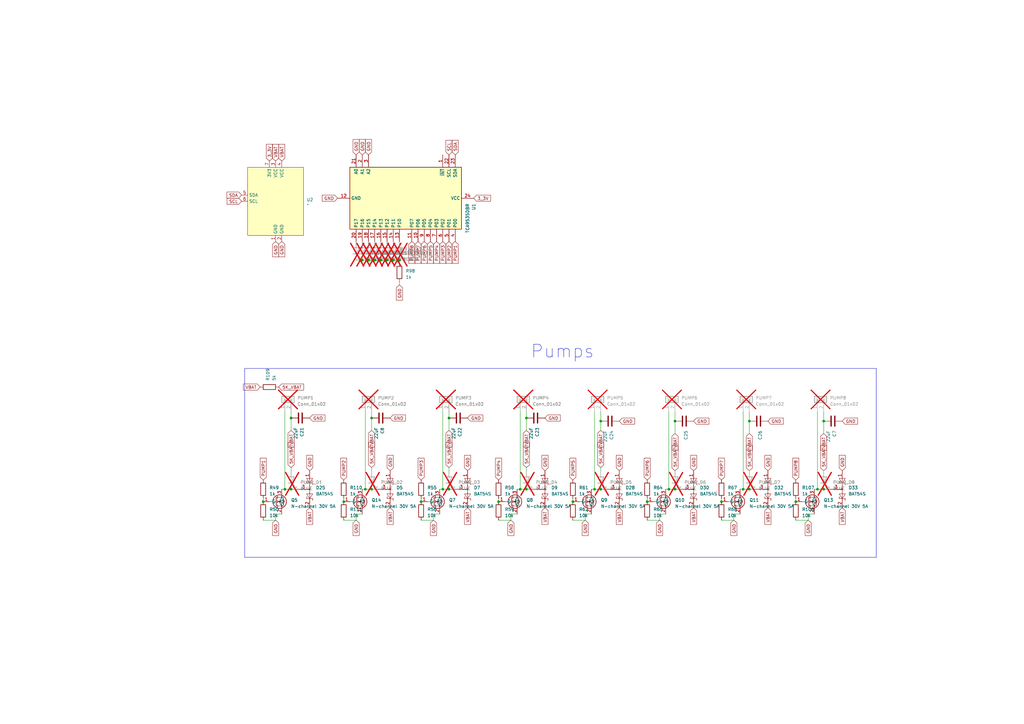
<source format=kicad_sch>
(kicad_sch (version 20250114) (generator "eeschema") (generator_version "9.0")
  (paper "A3")
  (lib_symbols
    (symbol "Connector_Generic:Conn_01x02" (pin_names (offset 1.016) (hide yes))
      (property "Reference" "J" (at 0 2.54 0))
      (property "Value" "Conn_01x02" (at 0 -5.08 0))
      (symbol "Conn_01x02_1_1"
        (rectangle (start -1.27 1.27) (end 1.27 -3.81) (stroke (width 0.254)) (fill (type background)))
        (rectangle (start -1.27 0.127) (end 0 -0.127) (stroke (width 0.1524)))
        (rectangle (start -1.27 -2.413) (end 0 -2.667) (stroke (width 0.1524)))
        (pin passive line (at -5.08 0 0) (length 3.81) (name "Pin_1") (number "1"))
        (pin passive line (at -5.08 -2.54 0) (length 3.81) (name "Pin_2") (number "2"))
      )
    )
    (symbol "Device:C" (pin_numbers (hide yes)) (pin_names (offset 0.254))
      (property "Reference" "C" (at 0.635 2.54 0))
      (property "Value" "C" (at 0.635 -2.54 0))
      (symbol "C_0_1"
        (polyline (pts (xy -2.032 0.762) (xy 2.032 0.762)) (stroke (width 0.508)))
        (polyline (pts (xy -2.032 -0.762) (xy 2.032 -0.762)) (stroke (width 0.508)))
      )
      (symbol "C_1_1"
        (pin passive line (at 0 3.81 270) (length 2.794) (name "~") (number "1"))
        (pin passive line (at 0 -3.81 90) (length 2.794) (name "~") (number "2"))
      )
    )
    (symbol "Device:LED" (pin_numbers (hide yes)) (pin_names (offset 1.016) (hide yes))
      (property "Reference" "D" (at 0 2.54 0))
      (property "Value" "LED" (at 0 -2.54 0))
      (symbol "LED_0_1"
        (polyline (pts (xy -3.048 -0.762) (xy -4.572 -2.286) (xy -3.81 -2.286) (xy -4.572 -2.286) (xy -4.572 -1.524)))
        (polyline (pts (xy -1.778 -0.762) (xy -3.302 -2.286) (xy -2.54 -2.286) (xy -3.302 -2.286) (xy -3.302 -1.524)))
        (polyline (pts (xy -1.27 0) (xy 1.27 0)))
        (polyline (pts (xy -1.27 -1.27) (xy -1.27 1.27)) (stroke (width 0.254)))
        (polyline (pts (xy 1.27 -1.27) (xy 1.27 1.27) (xy -1.27 0) (xy 1.27 -1.27)) (stroke (width 0.254)))
      )
      (symbol "LED_1_1"
        (pin passive line (at -3.81 0 0) (length 2.54) (name "K") (number "1"))
        (pin passive line (at 3.81 0 180) (length 2.54) (name "A") (number "2"))
      )
    )
    (symbol "Device:R" (pin_numbers (hide yes)) (pin_names (offset 0))
      (property "Reference" "R" (at 2.032 0 90))
      (property "Value" "R" (at 0 0 90))
      (symbol "R_0_1"
        (rectangle (start -1.016 -2.54) (end 1.016 2.54) (stroke (width 0.254)))
      )
      (symbol "R_1_1"
        (pin passive line (at 0 3.81 270) (length 1.27) (name "~") (number "1"))
        (pin passive line (at 0 -3.81 90) (length 1.27) (name "~") (number "2"))
      )
    )
    (symbol "Diode:BAS40-04" (pin_names (offset 1.016))
      (property "Reference" "D" (at 0.635 -1.27 0))
      (property "Value" "BAS40-04" (at -6.35 5.715 0))
      (symbol "BAS40-04_0_1"
        (polyline (pts (xy -4.445 3.81) (xy -4.445 1.27) (xy -2.54 2.54) (xy -4.445 3.81)))
        (polyline (pts (xy -3.81 2.54) (xy -1.27 2.54)))
        (polyline (pts (xy -3.175 1.27) (xy -3.175 1.524)))
        (polyline (pts (xy -2.54 3.81) (xy -1.905 3.81)))
        (polyline (pts (xy -2.54 1.27) (xy -3.175 1.27)))
        (polyline (pts (xy -2.54 1.27) (xy -2.54 3.81)))
        (polyline (pts (xy -1.905 3.81) (xy -1.905 3.556)))
        (polyline (pts (xy -1.905 2.54) (xy 1.905 2.54)))
        (circle (center 0 2.54) (radius 0.254) (fill (type outline)))
        (polyline (pts (xy 1.27 2.54) (xy 3.81 2.54)))
        (polyline (pts (xy 1.905 3.81) (xy 1.905 1.27) (xy 3.81 2.54) (xy 1.905 3.81)))
        (polyline (pts (xy 3.175 1.27) (xy 3.175 1.524)))
        (polyline (pts (xy 3.81 3.81) (xy 4.445 3.81)))
        (polyline (pts (xy 3.81 1.27) (xy 3.175 1.27)))
        (polyline (pts (xy 3.81 1.27) (xy 3.81 3.81)))
        (polyline (pts (xy 4.445 3.81) (xy 4.445 3.556)))
      )
      (symbol "BAS40-04_1_1"
        (pin passive line (at -7.62 2.54 0) (length 3.81) (name "~") (number "1"))
        (pin passive line (at 0 -2.54 90) (length 5.08) (name "~") (number "3"))
        (pin passive line (at 7.62 2.54 180) (length 3.81) (name "~") (number "2"))
      )
    )
    (symbol "ESP32-DEVKITC-32D:SL2300" (pin_names (offset 1.016))
      (property "Reference" "Q" (at 0 0 0))
      (property "Value" "SL2300" (at 7.62 0 0))
      (symbol "SL2300_1_1"
        (polyline (pts (xy -1.016 1.905) (xy -1.016 -1.905)) (stroke (width 0.254)))
        (polyline (pts (xy -1.016 0) (xy -3.81 0)))
        (polyline (pts (xy -0.508 2.286) (xy -0.508 1.27)) (stroke (width 0.254)))
        (polyline (pts (xy -0.508 0.508) (xy -0.508 -0.508)) (stroke (width 0.254)))
        (polyline (pts (xy -0.508 -1.27) (xy -0.508 -2.286)) (stroke (width 0.254)))
        (polyline (pts (xy -0.508 -1.778) (xy 2.032 -1.778) (xy 2.032 1.778) (xy -0.508 1.778)))
        (polyline (pts (xy -0.254 0) (xy 0.762 0.381) (xy 0.762 -0.381) (xy -0.254 0)) (fill (type outline)))
        (circle (center 0.381 0) (radius 2.794) (stroke (width 0.254)))
        (polyline (pts (xy 1.27 2.54) (xy 1.27 1.778)))
        (circle (center 1.27 1.778) (radius 0.254) (fill (type outline)))
        (circle (center 1.27 -1.778) (radius 0.254) (fill (type outline)))
        (polyline (pts (xy 1.27 -2.54) (xy 1.27 0) (xy -0.508 0)))
        (polyline (pts (xy 1.524 0.508) (xy 1.651 0.381) (xy 2.413 0.381) (xy 2.54 0.254)))
        (polyline (pts (xy 2.032 0.381) (xy 1.651 -0.254) (xy 2.413 -0.254) (xy 2.032 0.381)))
        (pin input line (at -6.35 0 0) (length 2.54) (name "G") (number "1"))
        (pin passive line (at 1.27 5.08 270) (length 2.54) (name "D") (number "3"))
        (pin passive line (at 1.27 -5.08 90) (length 2.54) (name "S") (number "2"))
      )
    )
    (symbol "Interface_Expansion:TCA9535DBR"
      (property "Reference" "U" (at -11.43 24.13 0))
      (property "Value" "TCA9535DBR" (at 0 0 0))
      (symbol "TCA9535DBR_0_1"
        (rectangle (start -12.7 22.86) (end 12.7 -22.86) (stroke (width 0.254)) (fill (type background)))
      )
      (symbol "TCA9535DBR_1_1"
        (pin bidirectional line (at -17.78 20.32 0) (length 5.08) (name "SDA") (number "23"))
        (pin input line (at -17.78 17.78 0) (length 5.08) (name "SCL") (number "22"))
        (pin open_collector line (at -17.78 15.24 0) (length 5.08) (name "~{INT}") (number "1"))
        (pin input line (at -17.78 -15.24 0) (length 5.08) (name "A2") (number "3"))
        (pin input line (at -17.78 -17.78 0) (length 5.08) (name "A1") (number "2"))
        (pin input line (at -17.78 -20.32 0) (length 5.08) (name "A0") (number "21"))
        (pin power_in line (at 0 27.94 270) (length 5.08) (name "VCC") (number "24"))
        (pin power_in line (at 0 -27.94 90) (length 5.08) (name "GND") (number "12"))
        (pin bidirectional line (at 17.78 20.32 180) (length 5.08) (name "P00") (number "4"))
        (pin bidirectional line (at 17.78 17.78 180) (length 5.08) (name "P01") (number "5"))
        (pin bidirectional line (at 17.78 15.24 180) (length 5.08) (name "P02") (number "6"))
        (pin bidirectional line (at 17.78 12.7 180) (length 5.08) (name "P03") (number "7"))
        (pin bidirectional line (at 17.78 10.16 180) (length 5.08) (name "P04") (number "8"))
        (pin bidirectional line (at 17.78 7.62 180) (length 5.08) (name "P05") (number "9"))
        (pin bidirectional line (at 17.78 5.08 180) (length 5.08) (name "P06") (number "10"))
        (pin bidirectional line (at 17.78 2.54 180) (length 5.08) (name "P07") (number "11"))
        (pin bidirectional line (at 17.78 -2.54 180) (length 5.08) (name "P10") (number "13"))
        (pin bidirectional line (at 17.78 -5.08 180) (length 5.08) (name "P11") (number "14"))
        (pin bidirectional line (at 17.78 -7.62 180) (length 5.08) (name "P12") (number "15"))
        (pin bidirectional line (at 17.78 -10.16 180) (length 5.08) (name "P13") (number "16"))
        (pin bidirectional line (at 17.78 -12.7 180) (length 5.08) (name "P14") (number "17"))
        (pin bidirectional line (at 17.78 -15.24 180) (length 5.08) (name "P15") (number "18"))
        (pin bidirectional line (at 17.78 -17.78 180) (length 5.08) (name "P16") (number "19"))
        (pin bidirectional line (at 17.78 -20.32 180) (length 5.08) (name "P17") (number "20"))
      )
    )
    (symbol "Modules:Pump_Output"
      (property "Reference" "U" (at -6.35 15.24 0))
      (symbol "Pump_Output_1_1"
        (rectangle (start -12.7 12.7) (end 10.16 -15.24) (fill (type background)))
        (pin bidirectional line (at -15.24 1.27 0) (length 2.54) (name "SDA") (number "5"))
        (pin bidirectional line (at -15.24 -1.27 0) (length 2.54) (name "SCL") (number "6"))
        (pin power_in line (at -3.81 15.24 270) (length 2.54) (name "3V3") (number "7"))
        (pin power_in line (at -1.27 15.24 270) (length 2.54) (name "VCC") (number "3"))
        (pin power_in line (at -1.27 -17.78 90) (length 2.54) (name "GND") (number "1"))
        (pin power_in line (at 1.27 15.24 270) (length 2.54) (name "VCC") (number "4"))
        (pin power_in line (at 1.27 -17.78 90) (length 2.54) (name "GND") (number "2"))
      )
    )
  )
  (rectangle (start 100.33 151.13) (end 359.41 228.6))
  (text "Pumps" (at 243.84 147.32 0) (effects (font (size 5.2578 5.2578)) (justify right bottom)))
  (junction (at 184.15 200.66))
  (junction (at 215.9 200.66))
  (junction (at 152.4 171.45))
  (junction (at 304.8 200.66))
  (junction (at 246.38 172.72))
  (junction (at 181.61 200.66))
  (junction (at 119.38 171.45))
  (junction (at 307.34 172.72))
  (junction (at 265.43 205.74))
  (junction (at 152.4 200.66))
  (junction (at 140.97 205.74))
  (junction (at 246.38 200.66))
  (junction (at 337.82 172.72))
  (junction (at 276.86 200.66))
  (junction (at 149.86 200.66))
  (junction (at 151.13 106.68))
  (junction (at 276.86 172.72))
  (junction (at 337.82 200.66))
  (junction (at 156.21 106.68))
  (junction (at 107.95 205.74))
  (junction (at 161.29 106.68))
  (junction (at 215.9 171.45))
  (junction (at 153.67 106.68))
  (junction (at 326.39 205.74))
  (junction (at 274.32 200.66))
  (junction (at 243.84 200.66))
  (junction (at 295.91 205.74))
  (junction (at 116.84 200.66))
  (junction (at 163.83 106.68))
  (junction (at 158.75 106.68))
  (junction (at 307.34 200.66))
  (junction (at 204.47 205.74))
  (junction (at 119.38 200.66))
  (junction (at 213.36 200.66))
  (junction (at 172.72 205.74))
  (junction (at 148.59 106.68))
  (junction (at 184.15 171.45))
  (junction (at 234.95 205.74))
  (junction (at 335.28 200.66))
  (wire (pts (xy 274.32 168.91) (xy 274.32 200.66)))
  (wire (pts (xy 215.9 168.91) (xy 215.9 171.45)))
  (wire (pts (xy 107.95 204.47) (xy 107.95 205.74)))
  (wire (pts (xy 163.83 116.84) (xy 163.83 115.57)))
  (wire (pts (xy 274.32 200.66) (xy 273.05 200.66)))
  (wire (pts (xy 149.86 168.91) (xy 149.86 200.66)))
  (wire (pts (xy 152.4 200.66) (xy 154.94 200.66)))
  (wire (pts (xy 326.39 204.47) (xy 326.39 205.74)))
  (wire (pts (xy 246.38 200.66) (xy 248.92 200.66)))
  (wire (pts (xy 243.84 200.66) (xy 242.57 200.66)))
  (wire (pts (xy 240.03 210.82) (xy 240.03 213.36)))
  (wire (pts (xy 334.01 210.82) (xy 331.47 210.82)))
  (wire (pts (xy 152.4 168.91) (xy 152.4 171.45)))
  (wire (pts (xy 152.4 191.77) (xy 152.4 193.04)))
  (wire (pts (xy 246.38 200.66) (xy 243.84 200.66)))
  (wire (pts (xy 307.34 168.91) (xy 307.34 172.72)))
  (wire (pts (xy 234.95 204.47) (xy 234.95 205.74)))
  (wire (pts (xy 149.86 200.66) (xy 148.59 200.66)))
  (wire (pts (xy 300.99 210.82) (xy 300.99 213.36)))
  (wire (pts (xy 276.86 168.91) (xy 276.86 172.72)))
  (wire (pts (xy 212.09 210.82) (xy 209.55 210.82)))
  (wire (pts (xy 184.15 193.04) (xy 184.15 191.77)))
  (wire (pts (xy 300.99 213.36) (xy 295.91 213.36)))
  (wire (pts (xy 295.91 204.47) (xy 295.91 205.74)))
  (wire (pts (xy 172.72 204.47) (xy 172.72 205.74)))
  (wire (pts (xy 158.75 106.68) (xy 161.29 106.68)))
  (wire (pts (xy 215.9 200.66) (xy 213.36 200.66)))
  (wire (pts (xy 240.03 213.36) (xy 234.95 213.36)))
  (wire (pts (xy 246.38 191.77) (xy 246.38 193.04)))
  (wire (pts (xy 246.38 168.91) (xy 246.38 172.72)))
  (wire (pts (xy 184.15 168.91) (xy 184.15 171.45)))
  (wire (pts (xy 331.47 213.36) (xy 326.39 213.36)))
  (wire (pts (xy 184.15 200.66) (xy 181.61 200.66)))
  (wire (pts (xy 273.05 210.82) (xy 270.51 210.82)))
  (wire (pts (xy 331.47 210.82) (xy 331.47 213.36)))
  (wire (pts (xy 149.86 200.66) (xy 152.4 200.66)))
  (wire (pts (xy 119.38 200.66) (xy 121.92 200.66)))
  (wire (pts (xy 307.34 200.66) (xy 309.88 200.66)))
  (wire (pts (xy 146.05 210.82) (xy 146.05 213.36)))
  (wire (pts (xy 276.86 200.66) (xy 274.32 200.66)))
  (wire (pts (xy 209.55 213.36) (xy 204.47 213.36)))
  (wire (pts (xy 303.53 210.82) (xy 300.99 210.82)))
  (wire (pts (xy 270.51 213.36) (xy 265.43 213.36)))
  (wire (pts (xy 113.03 213.36) (xy 107.95 213.36)))
  (wire (pts (xy 335.28 168.91) (xy 335.28 200.66)))
  (wire (pts (xy 215.9 191.77) (xy 215.9 193.04)))
  (wire (pts (xy 148.59 106.68) (xy 146.05 106.68)))
  (wire (pts (xy 276.86 172.72) (xy 276.86 177.8)))
  (wire (pts (xy 119.38 168.91) (xy 119.38 171.45)))
  (wire (pts (xy 213.36 200.66) (xy 212.09 200.66)))
  (wire (pts (xy 156.21 106.68) (xy 158.75 106.68)))
  (wire (pts (xy 119.38 193.04) (xy 119.38 191.77)))
  (wire (pts (xy 181.61 200.66) (xy 180.34 200.66)))
  (wire (pts (xy 337.82 172.72) (xy 337.82 177.8)))
  (wire (pts (xy 270.51 210.82) (xy 270.51 213.36)))
  (wire (pts (xy 265.43 204.47) (xy 265.43 205.74)))
  (wire (pts (xy 242.57 210.82) (xy 240.03 210.82)))
  (wire (pts (xy 180.34 210.82) (xy 177.8 210.82)))
  (wire (pts (xy 163.83 107.95) (xy 163.83 106.68)))
  (wire (pts (xy 307.34 172.72) (xy 307.34 177.8)))
  (wire (pts (xy 113.03 210.82) (xy 113.03 213.36)))
  (wire (pts (xy 209.55 210.82) (xy 209.55 213.36)))
  (wire (pts (xy 177.8 210.82) (xy 177.8 213.36)))
  (wire (pts (xy 151.13 106.68) (xy 148.59 106.68)))
  (wire (pts (xy 204.47 204.47) (xy 204.47 205.74)))
  (wire (pts (xy 177.8 213.36) (xy 172.72 213.36)))
  (wire (pts (xy 307.34 200.66) (xy 304.8 200.66)))
  (wire (pts (xy 304.8 200.66) (xy 303.53 200.66)))
  (wire (pts (xy 335.28 200.66) (xy 334.01 200.66)))
  (wire (pts (xy 213.36 168.91) (xy 213.36 200.66)))
  (wire (pts (xy 181.61 168.91) (xy 181.61 200.66)))
  (wire (pts (xy 115.57 210.82) (xy 113.03 210.82)))
  (wire (pts (xy 243.84 168.91) (xy 243.84 200.66)))
  (wire (pts (xy 140.97 204.47) (xy 140.97 205.74)))
  (wire (pts (xy 304.8 168.91) (xy 304.8 200.66)))
  (wire (pts (xy 215.9 171.45) (xy 215.9 176.53)))
  (wire (pts (xy 119.38 200.66) (xy 116.84 200.66)))
  (wire (pts (xy 156.21 106.68) (xy 153.67 106.68)))
  (wire (pts (xy 246.38 172.72) (xy 246.38 176.53)))
  (wire (pts (xy 116.84 200.66) (xy 115.57 200.66)))
  (wire (pts (xy 337.82 200.66) (xy 340.36 200.66)))
  (wire (pts (xy 337.82 200.66) (xy 335.28 200.66)))
  (wire (pts (xy 153.67 106.68) (xy 151.13 106.68)))
  (wire (pts (xy 146.05 213.36) (xy 140.97 213.36)))
  (wire (pts (xy 276.86 200.66) (xy 279.4 200.66)))
  (wire (pts (xy 148.59 210.82) (xy 146.05 210.82)))
  (wire (pts (xy 184.15 200.66) (xy 186.69 200.66)))
  (wire (pts (xy 184.15 171.45) (xy 184.15 176.53)))
  (wire (pts (xy 161.29 106.68) (xy 163.83 106.68)))
  (wire (pts (xy 152.4 171.45) (xy 152.4 176.53)))
  (wire (pts (xy 116.84 168.91) (xy 116.84 200.66)))
  (wire (pts (xy 337.82 168.91) (xy 337.82 172.72)))
  (wire (pts (xy 215.9 200.66) (xy 218.44 200.66)))
  (wire (pts (xy 119.38 171.45) (xy 119.38 176.53)))
  (global_label "VBAT" (shape input) (at 119.38 176.53 270) (property "Intersheetrefs" "${INTERSHEET_REFS}" (effects (hide yes))))
  (global_label "VBAT" (shape input) (at 254 208.28 270) (property "Intersheetrefs" "${INTERSHEET_REFS}" (effects (hide yes))))
  (global_label "PUMP4" (shape input) (at 179.07 99.06 270) (property "Intersheetrefs" "${INTERSHEET_REFS}" (effects (hide yes))))
  (global_label "GND" (shape input) (at 127 193.04 90) (property "Intersheetrefs" "${INTERSHEET_REFS}" (effects (hide yes))))
  (global_label "SDA" (shape input) (at 186.69 63.5 90) (property "Intersheetrefs" "${INTERSHEET_REFS}" (effects (hide yes))))
  (global_label "5K_VBAT" (shape input) (at 152.4 191.77 90) (property "Intersheetrefs" "${INTERSHEET_REFS}" (effects (hide yes))))
  (global_label "3_3V" (shape input) (at 110.49 66.04 90) (property "Intersheetrefs" "${INTERSHEET_REFS}" (effects (hide yes))))
  (global_label "VBAT" (shape input) (at 307.34 177.8 270) (property "Intersheetrefs" "${INTERSHEET_REFS}" (effects (hide yes))))
  (global_label "PUMP1" (shape input) (at 186.69 99.06 270) (property "Intersheetrefs" "${INTERSHEET_REFS}" (effects (hide yes))))
  (global_label "SCL" (shape input) (at 184.15 63.5 90) (property "Intersheetrefs" "${INTERSHEET_REFS}" (effects (hide yes))))
  (global_label "GND" (shape input) (at 314.96 193.04 90) (property "Intersheetrefs" "${INTERSHEET_REFS}" (effects (hide yes))))
  (global_label "PUMP5" (shape input) (at 176.53 99.06 270) (property "Intersheetrefs" "${INTERSHEET_REFS}" (effects (hide yes))))
  (global_label "VBAT" (shape input) (at 106.68 158.75 180) (property "Intersheetrefs" "${INTERSHEET_REFS}" (effects (hide yes))))
  (global_label "SCL" (shape input) (at 99.06 82.55 180) (property "Intersheetrefs" "${INTERSHEET_REFS}" (effects (hide yes))))
  (global_label "PUMP8" (shape input) (at 326.39 196.85 90) (property "Intersheetrefs" "${INTERSHEET_REFS}" (effects (hide yes))))
  (global_label "PUMP5" (shape input) (at 234.95 196.85 90) (property "Intersheetrefs" "${INTERSHEET_REFS}" (effects (hide yes))))
  (global_label "GND" (shape input) (at 300.99 213.36 270) (property "Intersheetrefs" "${INTERSHEET_REFS}" (effects (hide yes))))
  (global_label "VBAT" (shape input) (at 337.82 177.8 270) (property "Intersheetrefs" "${INTERSHEET_REFS}" (effects (hide yes))))
  (global_label "PUMP2" (shape input) (at 140.97 196.85 90) (property "Intersheetrefs" "${INTERSHEET_REFS}" (effects (hide yes))))
  (global_label "GND" (shape input) (at 115.57 99.06 270) (property "Intersheetrefs" "${INTERSHEET_REFS}" (effects (hide yes))))
  (global_label "VBAT" (shape input) (at 115.57 66.04 90) (property "Intersheetrefs" "${INTERSHEET_REFS}" (effects (hide yes))))
  (global_label "GND" (shape input) (at 127 171.45 0) (property "Intersheetrefs" "${INTERSHEET_REFS}" (effects (hide yes))))
  (global_label "VBAT" (shape input) (at 314.96 208.28 270) (property "Intersheetrefs" "${INTERSHEET_REFS}" (effects (hide yes))))
  (global_label "GND" (shape input) (at 148.59 63.5 90) (property "Intersheetrefs" "${INTERSHEET_REFS}" (effects (hide yes))))
  (global_label "PUMP8" (shape input) (at 168.91 99.06 270) (property "Intersheetrefs" "${INTERSHEET_REFS}" (effects (hide yes))))
  (global_label "PUMP6" (shape input) (at 265.43 196.85 90) (property "Intersheetrefs" "${INTERSHEET_REFS}" (effects (hide yes))))
  (global_label "VBAT" (shape input) (at 127 208.28 270) (property "Intersheetrefs" "${INTERSHEET_REFS}" (effects (hide yes))))
  (global_label "5K_VBAT" (shape input) (at 276.86 193.04 90) (property "Intersheetrefs" "${INTERSHEET_REFS}" (effects (hide yes))))
  (global_label "5K_VBAT" (shape input) (at 246.38 191.77 90) (property "Intersheetrefs" "${INTERSHEET_REFS}" (effects (hide yes))))
  (global_label "GND" (shape input) (at 146.05 213.36 270) (property "Intersheetrefs" "${INTERSHEET_REFS}" (effects (hide yes))))
  (global_label "PUMP6" (shape input) (at 173.99 99.06 270) (property "Intersheetrefs" "${INTERSHEET_REFS}" (effects (hide yes))))
  (global_label "VBAT" (shape input) (at 223.52 208.28 270) (property "Intersheetrefs" "${INTERSHEET_REFS}" (effects (hide yes))))
  (global_label "GND" (shape input) (at 160.02 171.45 0) (property "Intersheetrefs" "${INTERSHEET_REFS}" (effects (hide yes))))
  (global_label "GND" (shape input) (at 223.52 171.45 0) (property "Intersheetrefs" "${INTERSHEET_REFS}" (effects (hide yes))))
  (global_label "5K_VBAT" (shape input) (at 215.9 191.77 90) (property "Intersheetrefs" "${INTERSHEET_REFS}" (effects (hide yes))))
  (global_label "VBAT" (shape input) (at 284.48 208.28 270) (property "Intersheetrefs" "${INTERSHEET_REFS}" (effects (hide yes))))
  (global_label "GND" (shape input) (at 151.13 63.5 90) (property "Intersheetrefs" "${INTERSHEET_REFS}" (effects (hide yes))))
  (global_label "PUMP7" (shape input) (at 295.91 196.85 90) (property "Intersheetrefs" "${INTERSHEET_REFS}" (effects (hide yes))))
  (global_label "PUMP4" (shape input) (at 204.47 196.85 90) (property "Intersheetrefs" "${INTERSHEET_REFS}" (effects (hide yes))))
  (global_label "3_3V" (shape input) (at 194.31 81.28 0) (property "Intersheetrefs" "${INTERSHEET_REFS}" (effects (hide yes))))
  (global_label "PUMP2" (shape input) (at 184.15 99.06 270) (property "Intersheetrefs" "${INTERSHEET_REFS}" (effects (hide yes))))
  (global_label "GND" (shape input) (at 191.77 193.04 90) (property "Intersheetrefs" "${INTERSHEET_REFS}" (effects (hide yes))))
  (global_label "VBAT" (shape input) (at 184.15 176.53 270) (property "Intersheetrefs" "${INTERSHEET_REFS}" (effects (hide yes))))
  (global_label "VBAT" (shape input) (at 160.02 208.28 270) (property "Intersheetrefs" "${INTERSHEET_REFS}" (effects (hide yes))))
  (global_label "PUMP3" (shape input) (at 181.61 99.06 270) (property "Intersheetrefs" "${INTERSHEET_REFS}" (effects (hide yes))))
  (global_label "GND" (shape input) (at 345.44 193.04 90) (property "Intersheetrefs" "${INTERSHEET_REFS}" (effects (hide yes))))
  (global_label "GND" (shape input) (at 191.77 171.45 0) (property "Intersheetrefs" "${INTERSHEET_REFS}" (effects (hide yes))))
  (global_label "5K_VBAT" (shape input) (at 184.15 191.77 90) (property "Intersheetrefs" "${INTERSHEET_REFS}" (effects (hide yes))))
  (global_label "GND" (shape input) (at 270.51 213.36 270) (property "Intersheetrefs" "${INTERSHEET_REFS}" (effects (hide yes))))
  (global_label "GND" (shape input) (at 223.52 193.04 90) (property "Intersheetrefs" "${INTERSHEET_REFS}" (effects (hide yes))))
  (global_label "GND" (shape input) (at 160.02 193.04 90) (property "Intersheetrefs" "${INTERSHEET_REFS}" (effects (hide yes))))
  (global_label "GND" (shape input) (at 113.03 99.06 270) (property "Intersheetrefs" "${INTERSHEET_REFS}" (effects (hide yes))))
  (global_label "GND" (shape input) (at 113.03 213.36 270) (property "Intersheetrefs" "${INTERSHEET_REFS}" (effects (hide yes))))
  (global_label "VBAT" (shape input) (at 345.44 208.28 270) (property "Intersheetrefs" "${INTERSHEET_REFS}" (effects (hide yes))))
  (global_label "5K_VBAT" (shape input) (at 307.34 193.04 90) (property "Intersheetrefs" "${INTERSHEET_REFS}" (effects (hide yes))))
  (global_label "GND" (shape input) (at 284.48 193.04 90) (property "Intersheetrefs" "${INTERSHEET_REFS}" (effects (hide yes))))
  (global_label "SDA" (shape input) (at 99.06 80.01 180) (property "Intersheetrefs" "${INTERSHEET_REFS}" (effects (hide yes))))
  (global_label "GND" (shape input) (at 331.47 213.36 270) (property "Intersheetrefs" "${INTERSHEET_REFS}" (effects (hide yes))))
  (global_label "GND" (shape input) (at 284.48 172.72 0) (property "Intersheetrefs" "${INTERSHEET_REFS}" (effects (hide yes))))
  (global_label "GND" (shape input) (at 209.55 213.36 270) (property "Intersheetrefs" "${INTERSHEET_REFS}" (effects (hide yes))))
  (global_label "PUMP3" (shape input) (at 172.72 196.85 90) (property "Intersheetrefs" "${INTERSHEET_REFS}" (effects (hide yes))))
  (global_label "5K_VBAT" (shape input) (at 114.3 158.75 0) (property "Intersheetrefs" "${INTERSHEET_REFS}" (effects (hide yes))))
  (global_label "GND" (shape input) (at 345.44 172.72 0) (property "Intersheetrefs" "${INTERSHEET_REFS}" (effects (hide yes))))
  (global_label "GND" (shape input) (at 138.43 81.28 180) (property "Intersheetrefs" "${INTERSHEET_REFS}" (effects (hide yes))))
  (global_label "VBAT" (shape input) (at 276.86 177.8 270) (property "Intersheetrefs" "${INTERSHEET_REFS}" (effects (hide yes))))
  (global_label "5K_VBAT" (shape input) (at 119.38 191.77 90) (property "Intersheetrefs" "${INTERSHEET_REFS}" (effects (hide yes))))
  (global_label "VBAT" (shape input) (at 215.9 176.53 270) (property "Intersheetrefs" "${INTERSHEET_REFS}" (effects (hide yes))))
  (global_label "VBAT" (shape input) (at 191.77 208.28 270) (property "Intersheetrefs" "${INTERSHEET_REFS}" (effects (hide yes))))
  (global_label "GND" (shape input) (at 146.05 63.5 90) (property "Intersheetrefs" "${INTERSHEET_REFS}" (effects (hide yes))))
  (global_label "GND" (shape input) (at 254 172.72 0) (property "Intersheetrefs" "${INTERSHEET_REFS}" (effects (hide yes))))
  (global_label "VBAT" (shape input) (at 246.38 176.53 270) (property "Intersheetrefs" "${INTERSHEET_REFS}" (effects (hide yes))))
  (global_label "GND" (shape input) (at 254 193.04 90) (property "Intersheetrefs" "${INTERSHEET_REFS}" (effects (hide yes))))
  (global_label "PUMP1" (shape input) (at 107.95 196.85 90) (property "Intersheetrefs" "${INTERSHEET_REFS}" (effects (hide yes))))
  (global_label "PUMP7" (shape input) (at 171.45 99.06 270) (property "Intersheetrefs" "${INTERSHEET_REFS}" (effects (hide yes))))
  (global_label "VBAT" (shape input) (at 152.4 176.53 270) (property "Intersheetrefs" "${INTERSHEET_REFS}" (effects (hide yes))))
  (global_label "VBAT" (shape input) (at 113.03 66.04 90) (property "Intersheetrefs" "${INTERSHEET_REFS}" (effects (hide yes))))
  (global_label "GND" (shape input) (at 163.83 116.84 270) (property "Intersheetrefs" "${INTERSHEET_REFS}" (effects (hide yes))))
  (global_label "GND" (shape input) (at 177.8 213.36 270) (property "Intersheetrefs" "${INTERSHEET_REFS}" (effects (hide yes))))
  (global_label "GND" (shape input) (at 240.03 213.36 270) (property "Intersheetrefs" "${INTERSHEET_REFS}" (effects (hide yes))))
  (global_label "5K_VBAT" (shape input) (at 337.82 193.04 90) (property "Intersheetrefs" "${INTERSHEET_REFS}" (effects (hide yes))))
  (global_label "GND" (shape input) (at 314.96 172.72 0) (property "Intersheetrefs" "${INTERSHEET_REFS}" (effects (hide yes))))
  (symbol (lib_id "Device:LED") (at 246.38 196.85 90) (unit 1) (dnp yes)
    (property "Reference" "PUMP_D5" (at 250.19 197.8025 90) (effects (justify right)))
    (property "Value" "BLUE" (at 250.19 200.3425 90) (effects (justify right)))
    (property "Footprint" "LED_SMD:LED_0805_2012Metric" (effects (hide yes)))
    (property "LCSC_PART_NUMBER" "C205441" (effects (hide yes)))
  )
  (symbol (lib_id "Diode:BAS40-04") (at 342.9 200.66 270) (unit 1)
    (property "Reference" "D33" (at 347.98 200.025 90) (effects (justify left)))
    (property "Value" "BAT54S" (at 347.98 202.565 90) (effects (justify left)))
    (property "Footprint" "Package_TO_SOT_SMD:SOT-23" (effects (hide yes)))
    (property "LCSC_PART_NUMBER" "C916425" (effects (hide yes)))
  )
  (symbol (lib_id "ESP32-DEVKITC-32D:SL2300") (at 114.3 205.74 0) (unit 1)
    (property "Reference" "Q5" (at 119.38 205.105 0) (effects (justify left)))
    (property "Value" "N-channel 30V 5A" (at 119.38 207.645 0) (effects (justify left)))
    (property "Footprint" "PCM_Package_TO_SOT_SMD_AKL:SOT-23" (effects (hide yes)))
    (property "LCSC_PART_NUMBER" "C5364313" (effects (hide yes)))
  )
  (symbol (lib_id "Device:R") (at 326.39 209.55 0) (unit 1)
    (property "Reference" "R108" (at 328.93 208.915 0) (effects (justify left)))
    (property "Value" "10k" (at 328.93 211.455 0) (effects (justify left)))
    (property "Footprint" "Resistor_SMD:R_0603_1608Metric" (effects (hide yes)))
    (property "LCSC_PART_NUMBER" "C212284" (effects (hide yes)))
  )
  (symbol (lib_id "Device:C") (at 311.15 172.72 90) (unit 1)
    (property "Reference" "C26" (at 311.785 176.53 0) (effects (justify right)))
    (property "Value" "22uF" (effects (hide yes)))
    (property "Footprint" "PCM_Capacitor_SMD_Handsoldering_AKL:C_0805_2012Metric_Pad1.18x1.45mm" (effects (hide yes)))
    (property "LCSC_PART_NUMBER" "C45783" (effects (hide yes)))
  )
  (symbol (lib_id "Device:LED") (at 152.4 196.85 90) (unit 1) (dnp yes)
    (property "Reference" "PUMP_D2" (at 156.21 197.8025 90) (effects (justify right)))
    (property "Value" "BLUE" (at 156.21 200.3425 90) (effects (justify right)))
    (property "Footprint" "LED_SMD:LED_0805_2012Metric" (effects (hide yes)))
    (property "LCSC_PART_NUMBER" "C205441" (effects (hide yes)))
  )
  (symbol (lib_id "Device:LED") (at 163.83 102.87 90) (unit 1) (dnp yes)
    (property "Reference" "P_FAULT1" (at 167.64 103.8225 90) (effects (justify right)))
    (property "Value" "RED" (at 167.64 106.3625 90) (effects (justify right)))
    (property "Footprint" "LED_SMD:LED_0805_2012Metric" (effects (hide yes)))
    (property "LCSC_PART_NUMBER" "C205441" (effects (hide yes)))
  )
  (symbol (lib_id "Diode:BAS40-04") (at 124.46 200.66 270) (unit 1)
    (property "Reference" "D25" (at 129.54 200.025 90) (effects (justify left)))
    (property "Value" "BAT54S" (at 129.54 202.565 90) (effects (justify left)))
    (property "Footprint" "Package_TO_SOT_SMD:SOT-23" (effects (hide yes)))
    (property "LCSC_PART_NUMBER" "C916425" (effects (hide yes)))
  )
  (symbol (lib_id "Device:C") (at 187.96 171.45 90) (unit 1)
    (property "Reference" "C22" (at 188.595 175.26 0) (effects (justify right)))
    (property "Value" "22uF" (at 186.055 175.26 0) (effects (justify right)))
    (property "Footprint" "PCM_Capacitor_SMD_Handsoldering_AKL:C_0805_2012Metric_Pad1.18x1.45mm" (effects (hide yes)))
    (property "LCSC_PART_NUMBER" "C45783" (effects (hide yes)))
  )
  (symbol (lib_id "Connector_Generic:Conn_01x02") (at 274.32 163.83 90) (unit 1) (dnp yes)
    (property "Reference" "PUMP6" (at 279.4 163.195 90) (effects (justify right)))
    (property "Value" "Conn_01x02" (at 279.4 165.735 90) (effects (justify right)))
    (property "Footprint" "Connector_JST:JST_EH_B2B-EH-A_1x02_P2.50mm_Vertical" (effects (hide yes)))
  )
  (symbol (lib_id "Connector_Generic:Conn_01x02") (at 243.84 163.83 90) (unit 1) (dnp yes)
    (property "Reference" "PUMP5" (at 248.92 163.195 90) (effects (justify right)))
    (property "Value" "Conn_01x02" (at 248.92 165.735 90) (effects (justify right)))
    (property "Footprint" "Connector_JST:JST_EH_B2B-EH-A_1x02_P2.50mm_Vertical" (effects (hide yes)))
  )
  (symbol (lib_id "Device:LED") (at 146.05 102.87 90) (unit 1) (dnp yes)
    (property "Reference" "P_FAULT8" (at 149.86 103.8225 90) (effects (justify right)))
    (property "Value" "RED" (at 149.86 106.3625 90) (effects (justify right)))
    (property "Footprint" "LED_SMD:LED_0805_2012Metric" (effects (hide yes)))
    (property "LCSC_PART_NUMBER" "C205441" (effects (hide yes)))
  )
  (symbol (lib_id "ESP32-DEVKITC-32D:SL2300") (at 210.82 205.74 0) (unit 1)
    (property "Reference" "Q8" (at 215.9 205.105 0) (effects (justify left)))
    (property "Value" "N-channel 30V 5A" (at 215.9 207.645 0) (effects (justify left)))
    (property "Footprint" "PCM_Package_TO_SOT_SMD_AKL:SOT-23" (effects (hide yes)))
    (property "LCSC_PART_NUMBER" "C5364313" (effects (hide yes)))
  )
  (symbol (lib_id "Diode:BAS40-04") (at 157.48 200.66 270) (unit 1)
    (property "Reference" "D5" (at 162.56 200.025 90) (effects (justify left)))
    (property "Value" "BAT54S" (at 162.56 202.565 90) (effects (justify left)))
    (property "Footprint" "Package_TO_SOT_SMD:SOT-23" (effects (hide yes)))
    (property "LCSC_PART_NUMBER" "C916425" (effects (hide yes)))
  )
  (symbol (lib_id "Diode:BAS40-04") (at 220.98 200.66 270) (unit 1)
    (property "Reference" "D9" (at 226.06 200.025 90) (effects (justify left)))
    (property "Value" "BAT54S" (at 226.06 202.565 90) (effects (justify left)))
    (property "Footprint" "Package_TO_SOT_SMD:SOT-23" (effects (hide yes)))
    (property "LCSC_PART_NUMBER" "C916425" (effects (hide yes)))
  )
  (symbol (lib_id "Device:LED") (at 337.82 196.85 90) (unit 1) (dnp yes)
    (property "Reference" "PUMP_D8" (at 341.63 197.8025 90) (effects (justify right)))
    (property "Value" "BLUE" (at 341.63 200.3425 90) (effects (justify right)))
    (property "Footprint" "LED_SMD:LED_0805_2012Metric" (effects (hide yes)))
    (property "LCSC_PART_NUMBER" "C205441" (effects (hide yes)))
  )
  (symbol (lib_id "Device:R") (at 295.91 200.66 0) (unit 1)
    (property "Reference" "R67" (at 298.45 200.025 0) (effects (justify left)))
    (property "Value" "1k" (at 298.45 202.565 0) (effects (justify left)))
    (property "Footprint" "Resistor_SMD:R_0603_1608Metric" (effects (hide yes)))
    (property "LCSC_PART_NUMBER" "C95781" (effects (hide yes)))
  )
  (symbol (lib_id "Device:LED") (at 307.34 196.85 90) (unit 1) (dnp yes)
    (property "Reference" "PUMP_D7" (at 311.15 197.8025 90) (effects (justify right)))
    (property "Value" "BLUE" (at 311.15 200.3425 90) (effects (justify right)))
    (property "Footprint" "LED_SMD:LED_0805_2012Metric" (effects (hide yes)))
    (property "LCSC_PART_NUMBER" "C205441" (effects (hide yes)))
  )
  (symbol (lib_id "Device:LED") (at 184.15 196.85 90) (unit 1) (dnp yes)
    (property "Reference" "PUMP_D3" (at 187.96 197.8025 90) (effects (justify right)))
    (property "Value" "BLUE" (at 187.96 200.3425 90) (effects (justify right)))
    (property "Footprint" "LED_SMD:LED_0805_2012Metric" (effects (hide yes)))
    (property "LCSC_PART_NUMBER" "C205441" (effects (hide yes)))
  )
  (symbol (lib_id "Device:C") (at 219.71 171.45 90) (unit 1)
    (property "Reference" "C23" (at 220.345 175.26 0) (effects (justify right)))
    (property "Value" "22uF" (at 217.805 175.26 0) (effects (justify right)))
    (property "Footprint" "PCM_Capacitor_SMD_Handsoldering_AKL:C_0805_2012Metric_Pad1.18x1.45mm" (effects (hide yes)))
    (property "LCSC_PART_NUMBER" "C45783" (effects (hide yes)))
  )
  (symbol (lib_id "Device:R") (at 204.47 209.55 0) (unit 1)
    (property "Reference" "R59" (at 207.01 208.915 0) (effects (justify left)))
    (property "Value" "10k" (at 207.01 211.455 0) (effects (justify left)))
    (property "Footprint" "Resistor_SMD:R_0603_1608Metric" (effects (hide yes)))
    (property "LCSC_PART_NUMBER" "C212284" (effects (hide yes)))
  )
  (symbol (lib_id "Device:R") (at 140.97 200.66 0) (unit 1)
    (property "Reference" "R110" (at 143.51 200.025 0) (effects (justify left)))
    (property "Value" "1k" (at 143.51 202.565 0) (effects (justify left)))
    (property "Footprint" "Resistor_SMD:R_0603_1608Metric" (effects (hide yes)))
    (property "LCSC_PART_NUMBER" "C95781" (effects (hide yes)))
  )
  (symbol (lib_id "Device:C") (at 341.63 172.72 90) (unit 1)
    (property "Reference" "C7" (at 342.265 176.53 0) (effects (justify right)))
    (property "Value" "22uF" (at 339.725 176.53 0) (effects (justify right)))
    (property "Footprint" "PCM_Capacitor_SMD_Handsoldering_AKL:C_0805_2012Metric_Pad1.18x1.45mm" (effects (hide yes)))
    (property "LCSC_PART_NUMBER" "C45783" (effects (hide yes)))
  )
  (symbol (lib_id "Diode:BAS40-04") (at 281.94 200.66 270) (unit 1)
    (property "Reference" "D30" (at 287.02 200.025 90) (effects (justify left)))
    (property "Value" "BAT54S" (at 287.02 202.565 90) (effects (justify left)))
    (property "Footprint" "Package_TO_SOT_SMD:SOT-23" (effects (hide yes)))
    (property "LCSC_PART_NUMBER" "C916425" (effects (hide yes)))
  )
  (symbol (lib_id "Device:LED") (at 276.86 196.85 90) (unit 1) (dnp yes)
    (property "Reference" "PUMP_D6" (at 280.67 197.8025 90) (effects (justify right)))
    (property "Value" "BLUE" (at 280.67 200.3425 90) (effects (justify right)))
    (property "Footprint" "LED_SMD:LED_0805_2012Metric" (effects (hide yes)))
    (property "LCSC_PART_NUMBER" "C205441" (effects (hide yes)))
  )
  (symbol (lib_id "Device:R") (at 204.47 200.66 0) (unit 1)
    (property "Reference" "R58" (at 207.01 200.025 0) (effects (justify left)))
    (property "Value" "1k" (at 207.01 202.565 0) (effects (justify left)))
    (property "Footprint" "Resistor_SMD:R_0603_1608Metric" (effects (hide yes)))
    (property "LCSC_PART_NUMBER" "C95781" (effects (hide yes)))
  )
  (symbol (lib_id "Device:R") (at 234.95 200.66 0) (unit 1)
    (property "Reference" "R61" (at 237.49 200.025 0) (effects (justify left)))
    (property "Value" "1k" (at 237.49 202.565 0) (effects (justify left)))
    (property "Footprint" "Resistor_SMD:R_0603_1608Metric" (effects (hide yes)))
    (property "LCSC_PART_NUMBER" "C95781" (effects (hide yes)))
  )
  (symbol (lib_id "Device:R") (at 140.97 209.55 0) (unit 1)
    (property "Reference" "R111" (at 143.51 208.915 0) (effects (justify left)))
    (property "Value" "10k" (at 143.51 211.455 0) (effects (justify left)))
    (property "Footprint" "Resistor_SMD:R_0603_1608Metric" (effects (hide yes)))
    (property "LCSC_PART_NUMBER" "C212284" (effects (hide yes)))
  )
  (symbol (lib_id "Device:C") (at 280.67 172.72 90) (unit 1)
    (property "Reference" "C25" (at 281.305 176.53 0) (effects (justify right)))
    (property "Value" "22uF" (effects (hide yes)))
    (property "Footprint" "PCM_Capacitor_SMD_Handsoldering_AKL:C_0805_2012Metric_Pad1.18x1.45mm" (effects (hide yes)))
    (property "LCSC_PART_NUMBER" "C45783" (effects (hide yes)))
  )
  (symbol (lib_id "Device:C") (at 156.21 171.45 90) (unit 1)
    (property "Reference" "C8" (at 156.845 175.26 0) (effects (justify right)))
    (property "Value" "22uF" (at 154.305 175.26 0) (effects (justify right)))
    (property "Footprint" "PCM_Capacitor_SMD_Handsoldering_AKL:C_0805_2012Metric_Pad1.18x1.45mm" (effects (hide yes)))
    (property "LCSC_PART_NUMBER" "C45783" (effects (hide yes)))
  )
  (symbol (lib_id "Device:LED") (at 161.29 102.87 90) (unit 1) (dnp yes)
    (property "Reference" "P_FAULT2" (at 163.83 102.362 90) (effects (justify right)))
    (property "Value" "RED" (at 165.1 106.3625 90) (effects (justify right)))
    (property "Footprint" "LED_SMD:LED_0805_2012Metric" (effects (hide yes)))
    (property "LCSC_PART_NUMBER" "C205441" (effects (hide yes)))
  )
  (symbol (lib_id "Connector_Generic:Conn_01x02") (at 335.28 163.83 90) (unit 1) (dnp yes)
    (property "Reference" "PUMP8" (at 340.36 163.195 90) (effects (justify right)))
    (property "Value" "Conn_01x02" (at 340.36 165.735 90) (effects (justify right)))
    (property "Footprint" "Connector_JST:JST_EH_B2B-EH-A_1x02_P2.50mm_Vertical" (effects (hide yes)))
  )
  (symbol (lib_id "Interface_Expansion:TCA9535DBR") (at 166.37 81.28 270) (unit 1)
    (property "Reference" "U1" (at 194.31 83.4233 0) (effects (justify left)))
    (property "Value" "TCA9535DBR" (at 191.77 83.4233 0) (effects (justify left)))
    (property "Footprint" "Package_SO:SSOP-24_5.3x8.2mm_P0.65mm" (effects (hide yes)))
    (property "Datasheet" "http://www.ti.com/lit/ds/symlink/tca9535.pdf" (effects (hide yes)))
    (property "Description" "16-bit I/O expander, I2C and SMBus interface, interrupts, w/o pull-ups, SSOP-24" (effects (hide yes)))
  )
  (symbol (lib_id "Connector_Generic:Conn_01x02") (at 149.86 163.83 90) (unit 1) (dnp yes)
    (property "Reference" "PUMP2" (at 154.94 163.195 90) (effects (justify right)))
    (property "Value" "Conn_01x02" (at 154.94 165.735 90) (effects (justify right)))
    (property "Footprint" "Connector_JST:JST_EH_B2B-EH-A_1x02_P2.50mm_Vertical" (effects (hide yes)))
  )
  (symbol (lib_id "Diode:BAS40-04") (at 312.42 200.66 270) (unit 1)
    (property "Reference" "D32" (at 317.5 200.025 90) (effects (justify left)))
    (property "Value" "BAT54S" (at 317.5 202.565 90) (effects (justify left)))
    (property "Footprint" "Package_TO_SOT_SMD:SOT-23" (effects (hide yes)))
    (property "LCSC_PART_NUMBER" "C916425" (effects (hide yes)))
  )
  (symbol (lib_id "Device:R") (at 107.95 209.55 0) (unit 1)
    (property "Reference" "R50" (at 110.49 208.915 0) (effects (justify left)))
    (property "Value" "10k" (at 110.49 211.455 0) (effects (justify left)))
    (property "Footprint" "Resistor_SMD:R_0603_1608Metric" (effects (hide yes)))
    (property "LCSC_PART_NUMBER" "C212284" (effects (hide yes)))
  )
  (symbol (lib_id "Device:R") (at 107.95 200.66 0) (unit 1)
    (property "Reference" "R49" (at 110.49 200.025 0) (effects (justify left)))
    (property "Value" "1k" (at 110.49 202.565 0) (effects (justify left)))
    (property "Footprint" "Resistor_SMD:R_0603_1608Metric" (effects (hide yes)))
    (property "LCSC_PART_NUMBER" "C95781" (effects (hide yes)))
  )
  (symbol (lib_id "ESP32-DEVKITC-32D:SL2300") (at 271.78 205.74 0) (unit 1)
    (property "Reference" "Q10" (at 276.86 205.105 0) (effects (justify left)))
    (property "Value" "N-channel 30V 5A" (at 276.86 207.645 0) (effects (justify left)))
    (property "Footprint" "PCM_Package_TO_SOT_SMD_AKL:SOT-23" (effects (hide yes)))
    (property "LCSC_PART_NUMBER" "C5364313" (effects (hide yes)))
  )
  (symbol (lib_id "Device:C") (at 250.19 172.72 90) (unit 1)
    (property "Reference" "C24" (at 250.825 176.53 0) (effects (justify right)))
    (property "Value" "22uF" (at 248.285 176.53 0) (effects (justify right)))
    (property "Footprint" "PCM_Capacitor_SMD_Handsoldering_AKL:C_0805_2012Metric_Pad1.18x1.45mm" (effects (hide yes)))
    (property "LCSC_PART_NUMBER" "C45783" (effects (hide yes)))
  )
  (symbol (lib_id "Device:R") (at 265.43 209.55 0) (unit 1)
    (property "Reference" "R65" (at 267.97 208.915 0) (effects (justify left)))
    (property "Value" "10k" (at 267.97 211.455 0) (effects (justify left)))
    (property "Footprint" "Resistor_SMD:R_0603_1608Metric" (effects (hide yes)))
    (property "LCSC_PART_NUMBER" "C212284" (effects (hide yes)))
  )
  (symbol (lib_id "ESP32-DEVKITC-32D:SL2300") (at 179.07 205.74 0) (unit 1)
    (property "Reference" "Q7" (at 184.15 205.105 0) (effects (justify left)))
    (property "Value" "N-channel 30V 5A" (at 184.15 207.645 0) (effects (justify left)))
    (property "Footprint" "PCM_Package_TO_SOT_SMD_AKL:SOT-23" (effects (hide yes)))
    (property "LCSC_PART_NUMBER" "C5364313" (effects (hide yes)))
  )
  (symbol (lib_id "Device:LED") (at 153.67 102.87 90) (unit 1) (dnp yes)
    (property "Reference" "P_FAULT5" (at 157.48 103.8225 90) (effects (justify right)))
    (property "Value" "RED" (at 157.48 106.3625 90) (effects (justify right)))
    (property "Footprint" "LED_SMD:LED_0805_2012Metric" (effects (hide yes)))
    (property "LCSC_PART_NUMBER" "C205441" (effects (hide yes)))
  )
  (symbol (lib_id "Device:R") (at 110.49 158.75 90) (unit 1)
    (property "Reference" "R109" (at 109.855 156.21 0) (effects (justify left)))
    (property "Value" "5k" (at 112.395 156.21 0) (effects (justify left)))
    (property "Footprint" "Resistor_SMD:R_0603_1608Metric" (effects (hide yes)))
    (property "LCSC_PART_NUMBER" "C17590" (effects (hide yes)))
  )
  (symbol (lib_id "Device:R") (at 163.83 111.76 180) (unit 1)
    (property "Reference" "R98" (at 166.37 111.125 0) (effects (justify right)))
    (property "Value" "1k" (at 166.37 113.665 0) (effects (justify right)))
    (property "Footprint" "Resistor_SMD:R_0603_1608Metric" (effects (hide yes)))
    (property "LCSC_PART_NUMBER" "C95781" (effects (hide yes)))
  )
  (symbol (lib_id "ESP32-DEVKITC-32D:SL2300") (at 302.26 205.74 0) (unit 1)
    (property "Reference" "Q11" (at 307.34 205.105 0) (effects (justify left)))
    (property "Value" "N-channel 30V 5A" (at 307.34 207.645 0) (effects (justify left)))
    (property "Footprint" "PCM_Package_TO_SOT_SMD_AKL:SOT-23" (effects (hide yes)))
    (property "LCSC_PART_NUMBER" "C5364313" (effects (hide yes)))
  )
  (symbol (lib_id "Connector_Generic:Conn_01x02") (at 304.8 163.83 90) (unit 1) (dnp yes)
    (property "Reference" "PUMP7" (at 309.88 163.195 90) (effects (justify right)))
    (property "Value" "Conn_01x02" (at 309.88 165.735 90) (effects (justify right)))
    (property "Footprint" "Connector_JST:JST_EH_B2B-EH-A_1x02_P2.50mm_Vertical" (effects (hide yes)))
  )
  (symbol (lib_id "ESP32-DEVKITC-32D:SL2300") (at 241.3 205.74 0) (unit 1)
    (property "Reference" "Q9" (at 246.38 205.105 0) (effects (justify left)))
    (property "Value" "N-channel 30V 5A" (at 246.38 207.645 0) (effects (justify left)))
    (property "Footprint" "PCM_Package_TO_SOT_SMD_AKL:SOT-23" (effects (hide yes)))
    (property "LCSC_PART_NUMBER" "C5364313" (effects (hide yes)))
  )
  (symbol (lib_id "Device:LED") (at 119.38 196.85 90) (unit 1) (dnp yes)
    (property "Reference" "PUMP_D1" (at 123.19 197.8025 90) (effects (justify right)))
    (property "Value" "BLUE" (at 123.19 200.3425 90) (effects (justify right)))
    (property "Footprint" "LED_SMD:LED_0805_2012Metric" (effects (hide yes)))
    (property "LCSC_PART_NUMBER" "C205441" (effects (hide yes)))
  )
  (symbol (lib_id "Device:R") (at 326.39 200.66 0) (unit 1)
    (property "Reference" "R107" (at 328.93 200.025 0) (effects (justify left)))
    (property "Value" "1k" (at 328.93 202.565 0) (effects (justify left)))
    (property "Footprint" "Resistor_SMD:R_0603_1608Metric" (effects (hide yes)))
    (property "LCSC_PART_NUMBER" "C95781" (effects (hide yes)))
  )
  (symbol (lib_id "Device:LED") (at 158.75 102.87 90) (unit 1) (dnp yes)
    (property "Reference" "P_FAULT3" (at 162.56 103.8225 90) (effects (justify right)))
    (property "Value" "RED" (at 162.56 106.3625 90) (effects (justify right)))
    (property "Footprint" "LED_SMD:LED_0805_2012Metric" (effects (hide yes)))
    (property "LCSC_PART_NUMBER" "C205441" (effects (hide yes)))
  )
  (symbol (lib_id "Device:R") (at 172.72 209.55 0) (unit 1)
    (property "Reference" "R56" (at 175.26 208.915 0) (effects (justify left)))
    (property "Value" "10k" (at 175.26 211.455 0) (effects (justify left)))
    (property "Footprint" "Resistor_SMD:R_0603_1608Metric" (effects (hide yes)))
    (property "LCSC_PART_NUMBER" "C212284" (effects (hide yes)))
  )
  (symbol (lib_id "ESP32-DEVKITC-32D:SL2300") (at 147.32 205.74 0) (unit 1)
    (property "Reference" "Q14" (at 152.4 205.105 0) (effects (justify left)))
    (property "Value" "N-channel 30V 5A" (at 152.4 207.645 0) (effects (justify left)))
    (property "Footprint" "PCM_Package_TO_SOT_SMD_AKL:SOT-23" (effects (hide yes)))
    (property "LCSC_PART_NUMBER" "C5364313" (effects (hide yes)))
  )
  (symbol (lib_id "Device:LED") (at 148.59 102.87 90) (unit 1) (dnp yes)
    (property "Reference" "P_FAULT7" (at 152.4 103.8225 90) (effects (justify right)))
    (property "Value" "RED" (at 152.4 106.3625 90) (effects (justify right)))
    (property "Footprint" "LED_SMD:LED_0805_2012Metric" (effects (hide yes)))
    (property "LCSC_PART_NUMBER" "C205441" (effects (hide yes)))
  )
  (symbol (lib_id "Device:R") (at 172.72 200.66 0) (unit 1)
    (property "Reference" "R55" (at 175.26 200.025 0) (effects (justify left)))
    (property "Value" "1k" (at 175.26 202.565 0) (effects (justify left)))
    (property "Footprint" "Resistor_SMD:R_0603_1608Metric" (effects (hide yes)))
    (property "LCSC_PART_NUMBER" "C95781" (effects (hide yes)))
  )
  (symbol (lib_id "Diode:BAS40-04") (at 189.23 200.66 270) (unit 1)
    (property "Reference" "D7" (at 194.31 200.025 90) (effects (justify left)))
    (property "Value" "BAT54S" (at 194.31 202.565 90) (effects (justify left)))
    (property "Footprint" "Package_TO_SOT_SMD:SOT-23" (effects (hide yes)))
    (property "LCSC_PART_NUMBER" "C916425" (effects (hide yes)))
  )
  (symbol (lib_id "Device:LED") (at 151.13 102.87 90) (unit 1) (dnp yes)
    (property "Reference" "P_FAULT6" (at 154.94 103.8225 90) (effects (justify right)))
    (property "Value" "RED" (at 154.94 106.3625 90) (effects (justify right)))
    (property "Footprint" "LED_SMD:LED_0805_2012Metric" (effects (hide yes)))
    (property "LCSC_PART_NUMBER" "C205441" (effects (hide yes)))
  )
  (symbol (lib_id "Connector_Generic:Conn_01x02") (at 213.36 163.83 90) (unit 1) (dnp yes)
    (property "Reference" "PUMP4" (at 218.44 163.195 90) (effects (justify right)))
    (property "Value" "Conn_01x02" (at 218.44 165.735 90) (effects (justify right)))
    (property "Footprint" "Connector_JST:JST_EH_B2B-EH-A_1x02_P2.50mm_Vertical" (effects (hide yes)))
  )
  (symbol (lib_id "Device:LED") (at 215.9 196.85 90) (unit 1) (dnp yes)
    (property "Reference" "PUMP_D4" (at 219.71 197.8025 90) (effects (justify right)))
    (property "Value" "BLUE" (at 219.71 200.3425 90) (effects (justify right)))
    (property "Footprint" "LED_SMD:LED_0805_2012Metric" (effects (hide yes)))
    (property "LCSC_PART_NUMBER" "C205441" (effects (hide yes)))
  )
  (symbol (lib_id "Device:C") (at 123.19 171.45 90) (unit 1)
    (property "Reference" "C21" (at 123.825 175.26 0) (effects (justify right)))
    (property "Value" "22uF" (at 121.285 175.26 0) (effects (justify right)))
    (property "Footprint" "PCM_Capacitor_SMD_Handsoldering_AKL:C_0805_2012Metric_Pad1.18x1.45mm" (effects (hide yes)))
    (property "LCSC_PART_NUMBER" "C45783" (effects (hide yes)))
  )
  (symbol (lib_id "Modules:Pump_Output") (at 114.3 81.28 0) (unit 1)
    (property "Reference" "U2" (at 125.73 81.9149 0) (effects (justify left)))
    (property "Value" "~" (at 125.73 83.82 0) (effects (justify left)))
  )
  (symbol (lib_id "Connector_Generic:Conn_01x02") (at 116.84 163.83 90) (unit 1) (dnp yes)
    (property "Reference" "PUMP1" (at 121.92 163.195 90) (effects (justify right)))
    (property "Value" "Conn_01x02" (at 121.92 165.735 90) (effects (justify right)))
    (property "Footprint" "Connector_JST:JST_EH_B2B-EH-A_1x02_P2.50mm_Vertical" (effects (hide yes)))
  )
  (symbol (lib_id "Device:R") (at 234.95 209.55 0) (unit 1)
    (property "Reference" "R62" (at 237.49 208.915 0) (effects (justify left)))
    (property "Value" "10k" (at 237.49 211.455 0) (effects (justify left)))
    (property "Footprint" "Resistor_SMD:R_0603_1608Metric" (effects (hide yes)))
    (property "LCSC_PART_NUMBER" "C212284" (effects (hide yes)))
  )
  (symbol (lib_id "Diode:BAS40-04") (at 251.46 200.66 270) (unit 1)
    (property "Reference" "D28" (at 256.54 200.025 90) (effects (justify left)))
    (property "Value" "BAT54S" (at 256.54 202.565 90) (effects (justify left)))
    (property "Footprint" "Package_TO_SOT_SMD:SOT-23" (effects (hide yes)))
    (property "LCSC_PART_NUMBER" "C916425" (effects (hide yes)))
  )
  (symbol (lib_id "Device:R") (at 265.43 200.66 0) (unit 1)
    (property "Reference" "R64" (at 267.97 200.025 0) (effects (justify left)))
    (property "Value" "1k" (at 267.97 202.565 0) (effects (justify left)))
    (property "Footprint" "Resistor_SMD:R_0603_1608Metric" (effects (hide yes)))
    (property "LCSC_PART_NUMBER" "C95781" (effects (hide yes)))
  )
  (symbol (lib_id "Connector_Generic:Conn_01x02") (at 181.61 163.83 90) (unit 1) (dnp yes)
    (property "Reference" "PUMP3" (at 186.69 163.195 90) (effects (justify right)))
    (property "Value" "Conn_01x02" (at 186.69 165.735 90) (effects (justify right)))
    (property "Footprint" "Connector_JST:JST_EH_B2B-EH-A_1x02_P2.50mm_Vertical" (effects (hide yes)))
  )
  (symbol (lib_id "Device:R") (at 295.91 209.55 0) (unit 1)
    (property "Reference" "R68" (at 298.45 208.915 0) (effects (justify left)))
    (property "Value" "10k" (at 298.45 211.455 0) (effects (justify left)))
    (property "Footprint" "Resistor_SMD:R_0603_1608Metric" (effects (hide yes)))
    (property "LCSC_PART_NUMBER" "C212284" (effects (hide yes)))
  )
  (symbol (lib_id "Device:LED") (at 156.21 102.87 90) (unit 1) (dnp yes)
    (property "Reference" "P_FAULT4" (at 160.02 103.8225 90) (effects (justify right)))
    (property "Value" "RED" (at 160.02 106.3625 90) (effects (justify right)))
    (property "Footprint" "LED_SMD:LED_0805_2012Metric" (effects (hide yes)))
    (property "LCSC_PART_NUMBER" "C205441" (effects (hide yes)))
  )
  (symbol (lib_id "ESP32-DEVKITC-32D:SL2300") (at 332.74 205.74 0) (unit 1)
    (property "Reference" "Q13" (at 337.82 205.105 0) (effects (justify left)))
    (property "Value" "N-channel 30V 5A" (at 337.82 207.645 0) (effects (justify left)))
    (property "Footprint" "PCM_Package_TO_SOT_SMD_AKL:SOT-23" (effects (hide yes)))
    (property "LCSC_PART_NUMBER" "C5364313" (effects (hide yes)))
  )
)
</source>
